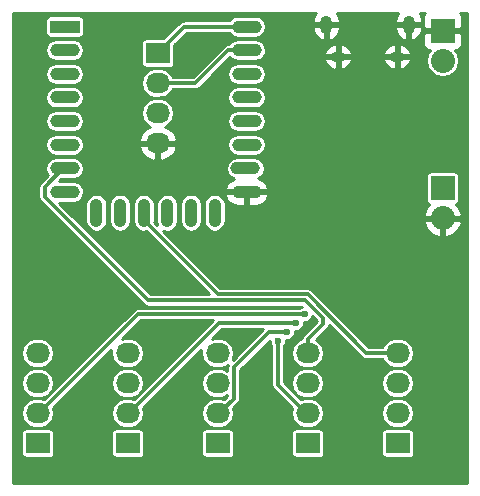
<source format=gbl>
%TF.GenerationSoftware,KiCad,Pcbnew,4.0.2+dfsg1-stable*%
%TF.CreationDate,2016-09-21T10:45:18+02:00*%
%TF.ProjectId,esp8266-io-board,657370383236362D696F2D626F617264,rev?*%
%TF.FileFunction,Copper,L2,Bot,Signal*%
%FSLAX46Y46*%
G04 Gerber Fmt 4.6, Leading zero omitted, Abs format (unit mm)*
G04 Created by KiCad (PCBNEW 4.0.2+dfsg1-stable) date Wed Sep 21 10:45:18 2016*
%MOMM*%
G01*
G04 APERTURE LIST*
%ADD10C,0.350000*%
%ADD11C,0.600000*%
%ADD12O,1.250000X0.950000*%
%ADD13O,1.000000X1.550000*%
%ADD14R,2.032000X1.727200*%
%ADD15O,2.032000X1.727200*%
%ADD16R,2.032000X2.032000*%
%ADD17O,2.032000X2.032000*%
%ADD18R,2.500000X1.100000*%
%ADD19O,2.500000X1.100000*%
%ADD20O,1.100000X2.400000*%
%ADD21C,0.304800*%
%ADD22C,0.254000*%
%ADD23C,0.350000*%
%ADD24C,0.300000*%
%ADD25O,0.850000X0.550000*%
%ADD26O,0.500000X1.150000*%
G04 APERTURE END LIST*
D10*
D11*
X145796000Y-103886000D03*
D12*
X159979900Y-80302540D03*
X154979900Y-80302540D03*
D13*
X160979900Y-77602540D03*
X153979900Y-77602540D03*
D14*
X144780000Y-113030000D03*
D15*
X144780000Y-110490000D03*
X144780000Y-107950000D03*
X144780000Y-105410000D03*
D14*
X137160000Y-113030000D03*
D15*
X137160000Y-110490000D03*
X137160000Y-107950000D03*
X137160000Y-105410000D03*
D14*
X129540000Y-113030000D03*
D15*
X129540000Y-110490000D03*
X129540000Y-107950000D03*
X129540000Y-105410000D03*
D14*
X152400000Y-113030000D03*
D15*
X152400000Y-110490000D03*
X152400000Y-107950000D03*
X152400000Y-105410000D03*
D14*
X160020000Y-113030000D03*
D15*
X160020000Y-110490000D03*
X160020000Y-107950000D03*
X160020000Y-105410000D03*
D16*
X163830000Y-78105000D03*
D17*
X163830000Y-80645000D03*
D18*
X131837000Y-77766300D03*
D19*
X131837000Y-79766300D03*
X131837000Y-81766300D03*
X131837000Y-83766300D03*
X131837000Y-85766300D03*
X131837000Y-87766300D03*
X131837000Y-89766300D03*
X131837000Y-91766300D03*
D20*
X134527000Y-93516300D03*
X136527000Y-93516300D03*
X138527000Y-93516300D03*
X140527000Y-93516300D03*
X142527000Y-93516300D03*
X144527000Y-93516300D03*
D19*
X147237000Y-91766300D03*
X147137000Y-89766300D03*
X147237000Y-87766300D03*
X147237000Y-85766300D03*
X147237000Y-83766300D03*
X147237000Y-81766300D03*
X147237000Y-79766300D03*
X147237000Y-77766300D03*
D16*
X163830000Y-91440000D03*
D17*
X163830000Y-93980000D03*
D14*
X139700000Y-80010000D03*
D15*
X139700000Y-82550000D03*
X139700000Y-85090000D03*
X139700000Y-87630000D03*
D11*
X160528000Y-101600000D03*
X153416000Y-100329994D03*
X146303994Y-99568000D03*
X156248000Y-93980000D03*
X154616000Y-90866700D03*
X152146000Y-102108000D03*
X151384000Y-102870000D03*
X150622000Y-103632000D03*
X149860000Y-104394000D03*
D21*
X142898000Y-82550000D02*
X139700000Y-82550000D01*
X145682000Y-79766300D02*
X142898000Y-82550000D01*
X146537000Y-79766300D02*
X145682000Y-79766300D01*
X141944000Y-77766300D02*
X139700000Y-80010000D01*
X146537000Y-77766300D02*
X141944000Y-77766300D01*
X129692400Y-110490000D02*
X138074400Y-102108000D01*
X129540000Y-110490000D02*
X129692400Y-110490000D01*
X138074400Y-102108000D02*
X152146000Y-102108000D01*
X137160000Y-110490000D02*
X137312400Y-110490000D01*
X144932400Y-102870000D02*
X151384000Y-102870000D01*
X137312400Y-110490000D02*
X144932400Y-102870000D01*
X150197736Y-103632000D02*
X150622000Y-103632000D01*
X146151610Y-109270790D02*
X146151610Y-106624100D01*
X144780000Y-110490000D02*
X144932400Y-110490000D01*
X144932400Y-110490000D02*
X146151610Y-109270790D01*
X146151610Y-106624100D02*
X149143710Y-103632000D01*
X149143710Y-103632000D02*
X150197736Y-103632000D01*
X152247600Y-110490000D02*
X149860000Y-108102400D01*
X152400000Y-110490000D02*
X152247600Y-110490000D01*
X149860000Y-104818264D02*
X149860000Y-104394000D01*
X149860000Y-108102400D02*
X149860000Y-104818264D01*
X153720800Y-102920800D02*
X152400000Y-104241600D01*
X131712590Y-89766300D02*
X130129790Y-91349100D01*
X152400000Y-104241600D02*
X152400000Y-105410000D01*
X153720800Y-102458508D02*
X153720800Y-102920800D01*
X152206680Y-100944388D02*
X153720800Y-102458508D01*
X130129790Y-91349100D02*
X130129790Y-92183500D01*
X130129790Y-92183500D02*
X138890678Y-100944388D01*
X138890678Y-100944388D02*
X152206680Y-100944388D01*
X132537000Y-89766300D02*
X131712590Y-89766300D01*
X152417105Y-100436377D02*
X157390728Y-105410000D01*
X158699200Y-105410000D02*
X160020000Y-105410000D01*
X144797077Y-100436377D02*
X152417105Y-100436377D01*
X157390728Y-105410000D02*
X158699200Y-105410000D01*
X138527000Y-94166300D02*
X144797077Y-100436377D01*
X138527000Y-93516300D02*
X138527000Y-94166300D01*
X129540000Y-107950000D02*
X129692400Y-107950000D01*
X137160000Y-107950000D02*
X137312400Y-107950000D01*
D22*
G36*
X152979898Y-76775862D02*
X152844900Y-77200540D01*
X152844900Y-77475540D01*
X153852900Y-77475540D01*
X153852900Y-77455540D01*
X154106900Y-77455540D01*
X154106900Y-77475540D01*
X155114900Y-77475540D01*
X155114900Y-77200540D01*
X154979902Y-76775862D01*
X154878845Y-76656000D01*
X160080955Y-76656000D01*
X159979898Y-76775862D01*
X159844900Y-77200540D01*
X159844900Y-77475540D01*
X160852900Y-77475540D01*
X160852900Y-77455540D01*
X161106900Y-77455540D01*
X161106900Y-77475540D01*
X162114900Y-77475540D01*
X162114900Y-77200540D01*
X161979902Y-76775862D01*
X161878845Y-76656000D01*
X162348974Y-76656000D01*
X162275673Y-76729301D01*
X162179000Y-76962690D01*
X162179000Y-77819250D01*
X162337750Y-77978000D01*
X163703000Y-77978000D01*
X163703000Y-77958000D01*
X163957000Y-77958000D01*
X163957000Y-77978000D01*
X165322250Y-77978000D01*
X165481000Y-77819250D01*
X165481000Y-76962690D01*
X165384327Y-76729301D01*
X165311026Y-76656000D01*
X165914000Y-76656000D01*
X165914000Y-116384000D01*
X127456000Y-116384000D01*
X127456000Y-112166400D01*
X128135536Y-112166400D01*
X128135536Y-113893600D01*
X128162103Y-114034790D01*
X128245546Y-114164465D01*
X128372866Y-114251459D01*
X128524000Y-114282064D01*
X130556000Y-114282064D01*
X130697190Y-114255497D01*
X130826865Y-114172054D01*
X130913859Y-114044734D01*
X130944464Y-113893600D01*
X130944464Y-112166400D01*
X135755536Y-112166400D01*
X135755536Y-113893600D01*
X135782103Y-114034790D01*
X135865546Y-114164465D01*
X135992866Y-114251459D01*
X136144000Y-114282064D01*
X138176000Y-114282064D01*
X138317190Y-114255497D01*
X138446865Y-114172054D01*
X138533859Y-114044734D01*
X138564464Y-113893600D01*
X138564464Y-112166400D01*
X143375536Y-112166400D01*
X143375536Y-113893600D01*
X143402103Y-114034790D01*
X143485546Y-114164465D01*
X143612866Y-114251459D01*
X143764000Y-114282064D01*
X145796000Y-114282064D01*
X145937190Y-114255497D01*
X146066865Y-114172054D01*
X146153859Y-114044734D01*
X146184464Y-113893600D01*
X146184464Y-112166400D01*
X150995536Y-112166400D01*
X150995536Y-113893600D01*
X151022103Y-114034790D01*
X151105546Y-114164465D01*
X151232866Y-114251459D01*
X151384000Y-114282064D01*
X153416000Y-114282064D01*
X153557190Y-114255497D01*
X153686865Y-114172054D01*
X153773859Y-114044734D01*
X153804464Y-113893600D01*
X153804464Y-112166400D01*
X158615536Y-112166400D01*
X158615536Y-113893600D01*
X158642103Y-114034790D01*
X158725546Y-114164465D01*
X158852866Y-114251459D01*
X159004000Y-114282064D01*
X161036000Y-114282064D01*
X161177190Y-114255497D01*
X161306865Y-114172054D01*
X161393859Y-114044734D01*
X161424464Y-113893600D01*
X161424464Y-112166400D01*
X161397897Y-112025210D01*
X161314454Y-111895535D01*
X161187134Y-111808541D01*
X161036000Y-111777936D01*
X159004000Y-111777936D01*
X158862810Y-111804503D01*
X158733135Y-111887946D01*
X158646141Y-112015266D01*
X158615536Y-112166400D01*
X153804464Y-112166400D01*
X153777897Y-112025210D01*
X153694454Y-111895535D01*
X153567134Y-111808541D01*
X153416000Y-111777936D01*
X151384000Y-111777936D01*
X151242810Y-111804503D01*
X151113135Y-111887946D01*
X151026141Y-112015266D01*
X150995536Y-112166400D01*
X146184464Y-112166400D01*
X146157897Y-112025210D01*
X146074454Y-111895535D01*
X145947134Y-111808541D01*
X145796000Y-111777936D01*
X143764000Y-111777936D01*
X143622810Y-111804503D01*
X143493135Y-111887946D01*
X143406141Y-112015266D01*
X143375536Y-112166400D01*
X138564464Y-112166400D01*
X138537897Y-112025210D01*
X138454454Y-111895535D01*
X138327134Y-111808541D01*
X138176000Y-111777936D01*
X136144000Y-111777936D01*
X136002810Y-111804503D01*
X135873135Y-111887946D01*
X135786141Y-112015266D01*
X135755536Y-112166400D01*
X130944464Y-112166400D01*
X130917897Y-112025210D01*
X130834454Y-111895535D01*
X130707134Y-111808541D01*
X130556000Y-111777936D01*
X128524000Y-111777936D01*
X128382810Y-111804503D01*
X128253135Y-111887946D01*
X128166141Y-112015266D01*
X128135536Y-112166400D01*
X127456000Y-112166400D01*
X127456000Y-107950000D01*
X128115631Y-107950000D01*
X128210371Y-108426288D01*
X128480166Y-108830065D01*
X128883943Y-109099860D01*
X129360231Y-109194600D01*
X129719769Y-109194600D01*
X130196057Y-109099860D01*
X130594286Y-108833772D01*
X130105859Y-109322199D01*
X129719769Y-109245400D01*
X129360231Y-109245400D01*
X128883943Y-109340140D01*
X128480166Y-109609935D01*
X128210371Y-110013712D01*
X128115631Y-110490000D01*
X128210371Y-110966288D01*
X128480166Y-111370065D01*
X128883943Y-111639860D01*
X129360231Y-111734600D01*
X129719769Y-111734600D01*
X130196057Y-111639860D01*
X130599834Y-111370065D01*
X130869629Y-110966288D01*
X130964369Y-110490000D01*
X130878489Y-110058253D01*
X135787499Y-105149243D01*
X135735631Y-105410000D01*
X135830371Y-105886288D01*
X136100166Y-106290065D01*
X136503943Y-106559860D01*
X136980231Y-106654600D01*
X137339769Y-106654600D01*
X137816057Y-106559860D01*
X138219834Y-106290065D01*
X138489629Y-105886288D01*
X138584369Y-105410000D01*
X138489629Y-104933712D01*
X138219834Y-104529935D01*
X137816057Y-104260140D01*
X137339769Y-104165400D01*
X136980231Y-104165400D01*
X136719474Y-104217268D01*
X138295342Y-102641400D01*
X144406658Y-102641400D01*
X138223541Y-108824517D01*
X138489629Y-108426288D01*
X138584369Y-107950000D01*
X138489629Y-107473712D01*
X138219834Y-107069935D01*
X137816057Y-106800140D01*
X137339769Y-106705400D01*
X136980231Y-106705400D01*
X136503943Y-106800140D01*
X136100166Y-107069935D01*
X135830371Y-107473712D01*
X135735631Y-107950000D01*
X135830371Y-108426288D01*
X136100166Y-108830065D01*
X136503943Y-109099860D01*
X136980231Y-109194600D01*
X137339769Y-109194600D01*
X137816057Y-109099860D01*
X138214286Y-108833772D01*
X137725859Y-109322199D01*
X137339769Y-109245400D01*
X136980231Y-109245400D01*
X136503943Y-109340140D01*
X136100166Y-109609935D01*
X135830371Y-110013712D01*
X135735631Y-110490000D01*
X135830371Y-110966288D01*
X136100166Y-111370065D01*
X136503943Y-111639860D01*
X136980231Y-111734600D01*
X137339769Y-111734600D01*
X137816057Y-111639860D01*
X138219834Y-111370065D01*
X138489629Y-110966288D01*
X138584369Y-110490000D01*
X138498489Y-110058253D01*
X143407499Y-105149243D01*
X143355631Y-105410000D01*
X143450371Y-105886288D01*
X143720166Y-106290065D01*
X144123943Y-106559860D01*
X144600231Y-106654600D01*
X144959769Y-106654600D01*
X145436057Y-106559860D01*
X145669626Y-106403794D01*
X145658813Y-106419977D01*
X145618210Y-106624100D01*
X145618210Y-106921851D01*
X145436057Y-106800140D01*
X144959769Y-106705400D01*
X144600231Y-106705400D01*
X144123943Y-106800140D01*
X143720166Y-107069935D01*
X143450371Y-107473712D01*
X143355631Y-107950000D01*
X143450371Y-108426288D01*
X143720166Y-108830065D01*
X144123943Y-109099860D01*
X144600231Y-109194600D01*
X144959769Y-109194600D01*
X145436057Y-109099860D01*
X145618210Y-108978149D01*
X145618210Y-109049848D01*
X145345859Y-109322199D01*
X144959769Y-109245400D01*
X144600231Y-109245400D01*
X144123943Y-109340140D01*
X143720166Y-109609935D01*
X143450371Y-110013712D01*
X143355631Y-110490000D01*
X143450371Y-110966288D01*
X143720166Y-111370065D01*
X144123943Y-111639860D01*
X144600231Y-111734600D01*
X144959769Y-111734600D01*
X145436057Y-111639860D01*
X145839834Y-111370065D01*
X146109629Y-110966288D01*
X146204369Y-110490000D01*
X146118489Y-110058253D01*
X146528781Y-109647961D01*
X146644407Y-109474914D01*
X146685010Y-109270790D01*
X146685010Y-106845042D01*
X149179037Y-104351014D01*
X149178882Y-104528865D01*
X149282339Y-104779252D01*
X149326600Y-104823590D01*
X149326600Y-108102400D01*
X149367203Y-108306523D01*
X149482829Y-108479571D01*
X151061511Y-110058253D01*
X150975631Y-110490000D01*
X151070371Y-110966288D01*
X151340166Y-111370065D01*
X151743943Y-111639860D01*
X152220231Y-111734600D01*
X152579769Y-111734600D01*
X153056057Y-111639860D01*
X153459834Y-111370065D01*
X153729629Y-110966288D01*
X153824369Y-110490000D01*
X158595631Y-110490000D01*
X158690371Y-110966288D01*
X158960166Y-111370065D01*
X159363943Y-111639860D01*
X159840231Y-111734600D01*
X160199769Y-111734600D01*
X160676057Y-111639860D01*
X161079834Y-111370065D01*
X161349629Y-110966288D01*
X161444369Y-110490000D01*
X161349629Y-110013712D01*
X161079834Y-109609935D01*
X160676057Y-109340140D01*
X160199769Y-109245400D01*
X159840231Y-109245400D01*
X159363943Y-109340140D01*
X158960166Y-109609935D01*
X158690371Y-110013712D01*
X158595631Y-110490000D01*
X153824369Y-110490000D01*
X153729629Y-110013712D01*
X153459834Y-109609935D01*
X153056057Y-109340140D01*
X152579769Y-109245400D01*
X152220231Y-109245400D01*
X151834141Y-109322199D01*
X151345714Y-108833772D01*
X151743943Y-109099860D01*
X152220231Y-109194600D01*
X152579769Y-109194600D01*
X153056057Y-109099860D01*
X153459834Y-108830065D01*
X153729629Y-108426288D01*
X153824369Y-107950000D01*
X158595631Y-107950000D01*
X158690371Y-108426288D01*
X158960166Y-108830065D01*
X159363943Y-109099860D01*
X159840231Y-109194600D01*
X160199769Y-109194600D01*
X160676057Y-109099860D01*
X161079834Y-108830065D01*
X161349629Y-108426288D01*
X161444369Y-107950000D01*
X161349629Y-107473712D01*
X161079834Y-107069935D01*
X160676057Y-106800140D01*
X160199769Y-106705400D01*
X159840231Y-106705400D01*
X159363943Y-106800140D01*
X158960166Y-107069935D01*
X158690371Y-107473712D01*
X158595631Y-107950000D01*
X153824369Y-107950000D01*
X153729629Y-107473712D01*
X153459834Y-107069935D01*
X153056057Y-106800140D01*
X152579769Y-106705400D01*
X152220231Y-106705400D01*
X151743943Y-106800140D01*
X151340166Y-107069935D01*
X151070371Y-107473712D01*
X150975631Y-107950000D01*
X151070371Y-108426288D01*
X151336459Y-108824517D01*
X150393400Y-107881458D01*
X150393400Y-104823770D01*
X150436987Y-104780259D01*
X150540882Y-104530054D01*
X150541071Y-104312930D01*
X150756865Y-104313118D01*
X151007252Y-104209661D01*
X151198987Y-104018259D01*
X151302882Y-103768054D01*
X151303071Y-103550930D01*
X151518865Y-103551118D01*
X151769252Y-103447661D01*
X151960987Y-103256259D01*
X152064882Y-103006054D01*
X152065071Y-102788930D01*
X152280865Y-102789118D01*
X152531252Y-102685661D01*
X152722987Y-102494259D01*
X152804912Y-102296962D01*
X153187400Y-102679450D01*
X153187400Y-102699858D01*
X152022829Y-103864429D01*
X151907203Y-104037477D01*
X151867813Y-104235501D01*
X151743943Y-104260140D01*
X151340166Y-104529935D01*
X151070371Y-104933712D01*
X150975631Y-105410000D01*
X151070371Y-105886288D01*
X151340166Y-106290065D01*
X151743943Y-106559860D01*
X152220231Y-106654600D01*
X152579769Y-106654600D01*
X153056057Y-106559860D01*
X153459834Y-106290065D01*
X153729629Y-105886288D01*
X153824369Y-105410000D01*
X153729629Y-104933712D01*
X153459834Y-104529935D01*
X153103861Y-104292081D01*
X154097971Y-103297971D01*
X154213597Y-103124924D01*
X154236445Y-103010059D01*
X157013557Y-105787171D01*
X157186605Y-105902797D01*
X157390728Y-105943400D01*
X158728532Y-105943400D01*
X158960166Y-106290065D01*
X159363943Y-106559860D01*
X159840231Y-106654600D01*
X160199769Y-106654600D01*
X160676057Y-106559860D01*
X161079834Y-106290065D01*
X161349629Y-105886288D01*
X161444369Y-105410000D01*
X161349629Y-104933712D01*
X161079834Y-104529935D01*
X160676057Y-104260140D01*
X160199769Y-104165400D01*
X159840231Y-104165400D01*
X159363943Y-104260140D01*
X158960166Y-104529935D01*
X158728532Y-104876600D01*
X157611670Y-104876600D01*
X152794276Y-100059206D01*
X152621228Y-99943580D01*
X152417105Y-99902977D01*
X145018019Y-99902977D01*
X140172877Y-95057835D01*
X140527000Y-95128274D01*
X140883278Y-95057406D01*
X141185316Y-94855590D01*
X141387132Y-94553552D01*
X141458000Y-94197274D01*
X141458000Y-92835326D01*
X141596000Y-92835326D01*
X141596000Y-94197274D01*
X141666868Y-94553552D01*
X141868684Y-94855590D01*
X142170722Y-95057406D01*
X142527000Y-95128274D01*
X142883278Y-95057406D01*
X143185316Y-94855590D01*
X143387132Y-94553552D01*
X143458000Y-94197274D01*
X143458000Y-92835326D01*
X143596000Y-92835326D01*
X143596000Y-94197274D01*
X143666868Y-94553552D01*
X143868684Y-94855590D01*
X144170722Y-95057406D01*
X144527000Y-95128274D01*
X144883278Y-95057406D01*
X145185316Y-94855590D01*
X145387132Y-94553552D01*
X145425046Y-94362944D01*
X162224025Y-94362944D01*
X162423615Y-94844818D01*
X162861621Y-95317188D01*
X163447054Y-95585983D01*
X163703000Y-95467367D01*
X163703000Y-94107000D01*
X163957000Y-94107000D01*
X163957000Y-95467367D01*
X164212946Y-95585983D01*
X164798379Y-95317188D01*
X165236385Y-94844818D01*
X165435975Y-94362944D01*
X165316836Y-94107000D01*
X163957000Y-94107000D01*
X163703000Y-94107000D01*
X162343164Y-94107000D01*
X162224025Y-94362944D01*
X145425046Y-94362944D01*
X145458000Y-94197274D01*
X145458000Y-93597056D01*
X162224025Y-93597056D01*
X162343164Y-93853000D01*
X163703000Y-93853000D01*
X163703000Y-93833000D01*
X163957000Y-93833000D01*
X163957000Y-93853000D01*
X165316836Y-93853000D01*
X165435975Y-93597056D01*
X165236385Y-93115182D01*
X164964658Y-92822137D01*
X164987190Y-92817897D01*
X165116865Y-92734454D01*
X165203859Y-92607134D01*
X165234464Y-92456000D01*
X165234464Y-90424000D01*
X165207897Y-90282810D01*
X165124454Y-90153135D01*
X164997134Y-90066141D01*
X164846000Y-90035536D01*
X162814000Y-90035536D01*
X162672810Y-90062103D01*
X162543135Y-90145546D01*
X162456141Y-90272866D01*
X162425536Y-90424000D01*
X162425536Y-92456000D01*
X162452103Y-92597190D01*
X162535546Y-92726865D01*
X162662866Y-92813859D01*
X162696670Y-92820704D01*
X162423615Y-93115182D01*
X162224025Y-93597056D01*
X145458000Y-93597056D01*
X145458000Y-92835326D01*
X145387132Y-92479048D01*
X145185316Y-92177010D01*
X145034211Y-92076044D01*
X145393197Y-92076044D01*
X145393602Y-92102446D01*
X145609276Y-92514418D01*
X145966187Y-92812496D01*
X146410000Y-92951300D01*
X147110000Y-92951300D01*
X147110000Y-91893300D01*
X147364000Y-91893300D01*
X147364000Y-92951300D01*
X148064000Y-92951300D01*
X148507813Y-92812496D01*
X148864724Y-92514418D01*
X149080398Y-92102446D01*
X149080803Y-92076044D01*
X148955361Y-91893300D01*
X147364000Y-91893300D01*
X147110000Y-91893300D01*
X145518639Y-91893300D01*
X145393197Y-92076044D01*
X145034211Y-92076044D01*
X144883278Y-91975194D01*
X144527000Y-91904326D01*
X144170722Y-91975194D01*
X143868684Y-92177010D01*
X143666868Y-92479048D01*
X143596000Y-92835326D01*
X143458000Y-92835326D01*
X143387132Y-92479048D01*
X143185316Y-92177010D01*
X142883278Y-91975194D01*
X142527000Y-91904326D01*
X142170722Y-91975194D01*
X141868684Y-92177010D01*
X141666868Y-92479048D01*
X141596000Y-92835326D01*
X141458000Y-92835326D01*
X141387132Y-92479048D01*
X141185316Y-92177010D01*
X140883278Y-91975194D01*
X140527000Y-91904326D01*
X140170722Y-91975194D01*
X139868684Y-92177010D01*
X139666868Y-92479048D01*
X139596000Y-92835326D01*
X139596000Y-94197274D01*
X139666439Y-94551397D01*
X139433829Y-94318787D01*
X139458000Y-94197274D01*
X139458000Y-92835326D01*
X139387132Y-92479048D01*
X139185316Y-92177010D01*
X138883278Y-91975194D01*
X138527000Y-91904326D01*
X138170722Y-91975194D01*
X137868684Y-92177010D01*
X137666868Y-92479048D01*
X137596000Y-92835326D01*
X137596000Y-94197274D01*
X137666868Y-94553552D01*
X137868684Y-94855590D01*
X138170722Y-95057406D01*
X138527000Y-95128274D01*
X138700184Y-95093826D01*
X144017346Y-100410988D01*
X139111619Y-100410988D01*
X131535958Y-92835326D01*
X133596000Y-92835326D01*
X133596000Y-94197274D01*
X133666868Y-94553552D01*
X133868684Y-94855590D01*
X134170722Y-95057406D01*
X134527000Y-95128274D01*
X134883278Y-95057406D01*
X135185316Y-94855590D01*
X135387132Y-94553552D01*
X135458000Y-94197274D01*
X135458000Y-92835326D01*
X135596000Y-92835326D01*
X135596000Y-94197274D01*
X135666868Y-94553552D01*
X135868684Y-94855590D01*
X136170722Y-95057406D01*
X136527000Y-95128274D01*
X136883278Y-95057406D01*
X137185316Y-94855590D01*
X137387132Y-94553552D01*
X137458000Y-94197274D01*
X137458000Y-92835326D01*
X137387132Y-92479048D01*
X137185316Y-92177010D01*
X136883278Y-91975194D01*
X136527000Y-91904326D01*
X136170722Y-91975194D01*
X135868684Y-92177010D01*
X135666868Y-92479048D01*
X135596000Y-92835326D01*
X135458000Y-92835326D01*
X135387132Y-92479048D01*
X135185316Y-92177010D01*
X134883278Y-91975194D01*
X134527000Y-91904326D01*
X134170722Y-91975194D01*
X133868684Y-92177010D01*
X133666868Y-92479048D01*
X133596000Y-92835326D01*
X131535958Y-92835326D01*
X131397932Y-92697300D01*
X132568953Y-92697300D01*
X132925231Y-92626432D01*
X133227269Y-92424616D01*
X133429085Y-92122578D01*
X133499953Y-91766300D01*
X133438342Y-91456556D01*
X145393197Y-91456556D01*
X145518639Y-91639300D01*
X147110000Y-91639300D01*
X147110000Y-91619300D01*
X147364000Y-91619300D01*
X147364000Y-91639300D01*
X148955361Y-91639300D01*
X149080803Y-91456556D01*
X149080398Y-91430154D01*
X148864724Y-91018182D01*
X148507813Y-90720104D01*
X148214885Y-90628490D01*
X148225231Y-90626432D01*
X148527269Y-90424616D01*
X148729085Y-90122578D01*
X148799953Y-89766300D01*
X148729085Y-89410022D01*
X148527269Y-89107984D01*
X148225231Y-88906168D01*
X147868953Y-88835300D01*
X146405047Y-88835300D01*
X146048769Y-88906168D01*
X145746731Y-89107984D01*
X145544915Y-89410022D01*
X145474047Y-89766300D01*
X145544915Y-90122578D01*
X145746731Y-90424616D01*
X146048769Y-90626432D01*
X146181364Y-90652807D01*
X145966187Y-90720104D01*
X145609276Y-91018182D01*
X145393602Y-91430154D01*
X145393197Y-91456556D01*
X133438342Y-91456556D01*
X133429085Y-91410022D01*
X133227269Y-91107984D01*
X132925231Y-90906168D01*
X132568953Y-90835300D01*
X131397932Y-90835300D01*
X131535932Y-90697300D01*
X132568953Y-90697300D01*
X132925231Y-90626432D01*
X133227269Y-90424616D01*
X133429085Y-90122578D01*
X133499953Y-89766300D01*
X133429085Y-89410022D01*
X133227269Y-89107984D01*
X132925231Y-88906168D01*
X132568953Y-88835300D01*
X131105047Y-88835300D01*
X130748769Y-88906168D01*
X130446731Y-89107984D01*
X130244915Y-89410022D01*
X130174047Y-89766300D01*
X130244915Y-90122578D01*
X130387931Y-90336617D01*
X129752619Y-90971929D01*
X129636993Y-91144977D01*
X129596390Y-91349100D01*
X129596390Y-92183500D01*
X129636993Y-92387623D01*
X129752619Y-92560671D01*
X138513505Y-101321556D01*
X138513507Y-101321559D01*
X138671135Y-101426882D01*
X138686555Y-101437185D01*
X138890678Y-101477789D01*
X138890683Y-101477788D01*
X151887932Y-101477788D01*
X151760748Y-101530339D01*
X151716410Y-101574600D01*
X138074400Y-101574600D01*
X137870277Y-101615203D01*
X137697229Y-101730829D01*
X130603541Y-108824517D01*
X130869629Y-108426288D01*
X130964369Y-107950000D01*
X130869629Y-107473712D01*
X130599834Y-107069935D01*
X130196057Y-106800140D01*
X129719769Y-106705400D01*
X129360231Y-106705400D01*
X128883943Y-106800140D01*
X128480166Y-107069935D01*
X128210371Y-107473712D01*
X128115631Y-107950000D01*
X127456000Y-107950000D01*
X127456000Y-105410000D01*
X128115631Y-105410000D01*
X128210371Y-105886288D01*
X128480166Y-106290065D01*
X128883943Y-106559860D01*
X129360231Y-106654600D01*
X129719769Y-106654600D01*
X130196057Y-106559860D01*
X130599834Y-106290065D01*
X130869629Y-105886288D01*
X130964369Y-105410000D01*
X130869629Y-104933712D01*
X130599834Y-104529935D01*
X130196057Y-104260140D01*
X129719769Y-104165400D01*
X129360231Y-104165400D01*
X128883943Y-104260140D01*
X128480166Y-104529935D01*
X128210371Y-104933712D01*
X128115631Y-105410000D01*
X127456000Y-105410000D01*
X127456000Y-87766300D01*
X130174047Y-87766300D01*
X130244915Y-88122578D01*
X130446731Y-88424616D01*
X130748769Y-88626432D01*
X131105047Y-88697300D01*
X132568953Y-88697300D01*
X132925231Y-88626432D01*
X133227269Y-88424616D01*
X133429085Y-88122578D01*
X133455650Y-87989026D01*
X138092642Y-87989026D01*
X138095291Y-88004791D01*
X138349268Y-88532036D01*
X138785680Y-88921954D01*
X139338087Y-89115184D01*
X139573000Y-88970924D01*
X139573000Y-87757000D01*
X139827000Y-87757000D01*
X139827000Y-88970924D01*
X140061913Y-89115184D01*
X140614320Y-88921954D01*
X141050732Y-88532036D01*
X141304709Y-88004791D01*
X141307358Y-87989026D01*
X141191073Y-87766300D01*
X145574047Y-87766300D01*
X145644915Y-88122578D01*
X145846731Y-88424616D01*
X146148769Y-88626432D01*
X146505047Y-88697300D01*
X147968953Y-88697300D01*
X148325231Y-88626432D01*
X148627269Y-88424616D01*
X148829085Y-88122578D01*
X148899953Y-87766300D01*
X148829085Y-87410022D01*
X148627269Y-87107984D01*
X148325231Y-86906168D01*
X147968953Y-86835300D01*
X146505047Y-86835300D01*
X146148769Y-86906168D01*
X145846731Y-87107984D01*
X145644915Y-87410022D01*
X145574047Y-87766300D01*
X141191073Y-87766300D01*
X141186217Y-87757000D01*
X139827000Y-87757000D01*
X139573000Y-87757000D01*
X138213783Y-87757000D01*
X138092642Y-87989026D01*
X133455650Y-87989026D01*
X133499953Y-87766300D01*
X133429085Y-87410022D01*
X133336176Y-87270974D01*
X138092642Y-87270974D01*
X138213783Y-87503000D01*
X139573000Y-87503000D01*
X139573000Y-87483000D01*
X139827000Y-87483000D01*
X139827000Y-87503000D01*
X141186217Y-87503000D01*
X141307358Y-87270974D01*
X141304709Y-87255209D01*
X141050732Y-86727964D01*
X140614320Y-86338046D01*
X140341757Y-86242704D01*
X140356057Y-86239860D01*
X140759834Y-85970065D01*
X140895985Y-85766300D01*
X145574047Y-85766300D01*
X145644915Y-86122578D01*
X145846731Y-86424616D01*
X146148769Y-86626432D01*
X146505047Y-86697300D01*
X147968953Y-86697300D01*
X148325231Y-86626432D01*
X148627269Y-86424616D01*
X148829085Y-86122578D01*
X148899953Y-85766300D01*
X148829085Y-85410022D01*
X148627269Y-85107984D01*
X148325231Y-84906168D01*
X147968953Y-84835300D01*
X146505047Y-84835300D01*
X146148769Y-84906168D01*
X145846731Y-85107984D01*
X145644915Y-85410022D01*
X145574047Y-85766300D01*
X140895985Y-85766300D01*
X141029629Y-85566288D01*
X141124369Y-85090000D01*
X141029629Y-84613712D01*
X140759834Y-84209935D01*
X140356057Y-83940140D01*
X139879769Y-83845400D01*
X139520231Y-83845400D01*
X139043943Y-83940140D01*
X138640166Y-84209935D01*
X138370371Y-84613712D01*
X138275631Y-85090000D01*
X138370371Y-85566288D01*
X138640166Y-85970065D01*
X139043943Y-86239860D01*
X139058243Y-86242704D01*
X138785680Y-86338046D01*
X138349268Y-86727964D01*
X138095291Y-87255209D01*
X138092642Y-87270974D01*
X133336176Y-87270974D01*
X133227269Y-87107984D01*
X132925231Y-86906168D01*
X132568953Y-86835300D01*
X131105047Y-86835300D01*
X130748769Y-86906168D01*
X130446731Y-87107984D01*
X130244915Y-87410022D01*
X130174047Y-87766300D01*
X127456000Y-87766300D01*
X127456000Y-85766300D01*
X130174047Y-85766300D01*
X130244915Y-86122578D01*
X130446731Y-86424616D01*
X130748769Y-86626432D01*
X131105047Y-86697300D01*
X132568953Y-86697300D01*
X132925231Y-86626432D01*
X133227269Y-86424616D01*
X133429085Y-86122578D01*
X133499953Y-85766300D01*
X133429085Y-85410022D01*
X133227269Y-85107984D01*
X132925231Y-84906168D01*
X132568953Y-84835300D01*
X131105047Y-84835300D01*
X130748769Y-84906168D01*
X130446731Y-85107984D01*
X130244915Y-85410022D01*
X130174047Y-85766300D01*
X127456000Y-85766300D01*
X127456000Y-83766300D01*
X130174047Y-83766300D01*
X130244915Y-84122578D01*
X130446731Y-84424616D01*
X130748769Y-84626432D01*
X131105047Y-84697300D01*
X132568953Y-84697300D01*
X132925231Y-84626432D01*
X133227269Y-84424616D01*
X133429085Y-84122578D01*
X133499953Y-83766300D01*
X133429085Y-83410022D01*
X133227269Y-83107984D01*
X132925231Y-82906168D01*
X132568953Y-82835300D01*
X131105047Y-82835300D01*
X130748769Y-82906168D01*
X130446731Y-83107984D01*
X130244915Y-83410022D01*
X130174047Y-83766300D01*
X127456000Y-83766300D01*
X127456000Y-81766300D01*
X130174047Y-81766300D01*
X130244915Y-82122578D01*
X130446731Y-82424616D01*
X130748769Y-82626432D01*
X131105047Y-82697300D01*
X132568953Y-82697300D01*
X132925231Y-82626432D01*
X133039619Y-82550000D01*
X138275631Y-82550000D01*
X138370371Y-83026288D01*
X138640166Y-83430065D01*
X139043943Y-83699860D01*
X139520231Y-83794600D01*
X139879769Y-83794600D01*
X140022042Y-83766300D01*
X145574047Y-83766300D01*
X145644915Y-84122578D01*
X145846731Y-84424616D01*
X146148769Y-84626432D01*
X146505047Y-84697300D01*
X147968953Y-84697300D01*
X148325231Y-84626432D01*
X148627269Y-84424616D01*
X148829085Y-84122578D01*
X148899953Y-83766300D01*
X148829085Y-83410022D01*
X148627269Y-83107984D01*
X148325231Y-82906168D01*
X147968953Y-82835300D01*
X146505047Y-82835300D01*
X146148769Y-82906168D01*
X145846731Y-83107984D01*
X145644915Y-83410022D01*
X145574047Y-83766300D01*
X140022042Y-83766300D01*
X140356057Y-83699860D01*
X140759834Y-83430065D01*
X140991468Y-83083400D01*
X142898000Y-83083400D01*
X142999508Y-83063208D01*
X143102097Y-83042808D01*
X143102109Y-83042800D01*
X143102123Y-83042797D01*
X143191457Y-82983106D01*
X143275150Y-82927191D01*
X143275168Y-82927173D01*
X143275171Y-82927171D01*
X143275173Y-82927168D01*
X144436166Y-81766300D01*
X145574047Y-81766300D01*
X145644915Y-82122578D01*
X145846731Y-82424616D01*
X146148769Y-82626432D01*
X146505047Y-82697300D01*
X147968953Y-82697300D01*
X148325231Y-82626432D01*
X148627269Y-82424616D01*
X148829085Y-82122578D01*
X148899953Y-81766300D01*
X148829085Y-81410022D01*
X148627269Y-81107984D01*
X148325231Y-80906168D01*
X147968953Y-80835300D01*
X146505047Y-80835300D01*
X146148769Y-80906168D01*
X145846731Y-81107984D01*
X145644915Y-81410022D01*
X145574047Y-81766300D01*
X144436166Y-81766300D01*
X145819201Y-80383414D01*
X145846731Y-80424616D01*
X146148769Y-80626432D01*
X146505047Y-80697300D01*
X147968953Y-80697300D01*
X148325231Y-80626432D01*
X148364073Y-80600478D01*
X153760632Y-80600478D01*
X153944348Y-80974361D01*
X154268851Y-81262108D01*
X154678769Y-81403769D01*
X154852900Y-81255103D01*
X154852900Y-80429540D01*
X155106900Y-80429540D01*
X155106900Y-81255103D01*
X155281031Y-81403769D01*
X155690949Y-81262108D01*
X156015452Y-80974361D01*
X156199168Y-80600478D01*
X158760632Y-80600478D01*
X158944348Y-80974361D01*
X159268851Y-81262108D01*
X159678769Y-81403769D01*
X159852900Y-81255103D01*
X159852900Y-80429540D01*
X160106900Y-80429540D01*
X160106900Y-81255103D01*
X160281031Y-81403769D01*
X160690949Y-81262108D01*
X161015452Y-80974361D01*
X161199168Y-80600478D01*
X161072634Y-80429540D01*
X160106900Y-80429540D01*
X159852900Y-80429540D01*
X158887166Y-80429540D01*
X158760632Y-80600478D01*
X156199168Y-80600478D01*
X156072634Y-80429540D01*
X155106900Y-80429540D01*
X154852900Y-80429540D01*
X153887166Y-80429540D01*
X153760632Y-80600478D01*
X148364073Y-80600478D01*
X148627269Y-80424616D01*
X148829085Y-80122578D01*
X148852551Y-80004602D01*
X153760632Y-80004602D01*
X153887166Y-80175540D01*
X154852900Y-80175540D01*
X154852900Y-79349977D01*
X155106900Y-79349977D01*
X155106900Y-80175540D01*
X156072634Y-80175540D01*
X156199168Y-80004602D01*
X158760632Y-80004602D01*
X158887166Y-80175540D01*
X159852900Y-80175540D01*
X159852900Y-79349977D01*
X160106900Y-79349977D01*
X160106900Y-80175540D01*
X161072634Y-80175540D01*
X161199168Y-80004602D01*
X161015452Y-79630719D01*
X160690949Y-79342972D01*
X160281031Y-79201311D01*
X160106900Y-79349977D01*
X159852900Y-79349977D01*
X159678769Y-79201311D01*
X159268851Y-79342972D01*
X158944348Y-79630719D01*
X158760632Y-80004602D01*
X156199168Y-80004602D01*
X156015452Y-79630719D01*
X155690949Y-79342972D01*
X155281031Y-79201311D01*
X155106900Y-79349977D01*
X154852900Y-79349977D01*
X154678769Y-79201311D01*
X154268851Y-79342972D01*
X153944348Y-79630719D01*
X153760632Y-80004602D01*
X148852551Y-80004602D01*
X148899953Y-79766300D01*
X148829085Y-79410022D01*
X148627269Y-79107984D01*
X148325231Y-78906168D01*
X147968953Y-78835300D01*
X146505047Y-78835300D01*
X146148769Y-78906168D01*
X145846731Y-79107984D01*
X145763265Y-79232900D01*
X145682000Y-79232900D01*
X145582281Y-79252735D01*
X145477903Y-79273492D01*
X145477891Y-79273500D01*
X145477877Y-79273503D01*
X145393132Y-79330127D01*
X145304849Y-79389109D01*
X142677076Y-82016600D01*
X140991468Y-82016600D01*
X140759834Y-81669935D01*
X140356057Y-81400140D01*
X139879769Y-81305400D01*
X139520231Y-81305400D01*
X139043943Y-81400140D01*
X138640166Y-81669935D01*
X138370371Y-82073712D01*
X138275631Y-82550000D01*
X133039619Y-82550000D01*
X133227269Y-82424616D01*
X133429085Y-82122578D01*
X133499953Y-81766300D01*
X133429085Y-81410022D01*
X133227269Y-81107984D01*
X132925231Y-80906168D01*
X132568953Y-80835300D01*
X131105047Y-80835300D01*
X130748769Y-80906168D01*
X130446731Y-81107984D01*
X130244915Y-81410022D01*
X130174047Y-81766300D01*
X127456000Y-81766300D01*
X127456000Y-79766300D01*
X130174047Y-79766300D01*
X130244915Y-80122578D01*
X130446731Y-80424616D01*
X130748769Y-80626432D01*
X131105047Y-80697300D01*
X132568953Y-80697300D01*
X132925231Y-80626432D01*
X133227269Y-80424616D01*
X133429085Y-80122578D01*
X133499953Y-79766300D01*
X133429085Y-79410022D01*
X133252938Y-79146400D01*
X138295536Y-79146400D01*
X138295536Y-80873600D01*
X138322103Y-81014790D01*
X138405546Y-81144465D01*
X138532866Y-81231459D01*
X138684000Y-81262064D01*
X140716000Y-81262064D01*
X140857190Y-81235497D01*
X140986865Y-81152054D01*
X141073859Y-81024734D01*
X141104464Y-80873600D01*
X141104464Y-79360015D01*
X142164920Y-78299700D01*
X145763265Y-78299700D01*
X145846731Y-78424616D01*
X146148769Y-78626432D01*
X146505047Y-78697300D01*
X147968953Y-78697300D01*
X148325231Y-78626432D01*
X148627269Y-78424616D01*
X148829085Y-78122578D01*
X148899953Y-77766300D01*
X148892641Y-77729540D01*
X152844900Y-77729540D01*
X152844900Y-78004540D01*
X152979898Y-78429218D01*
X153267137Y-78769908D01*
X153678026Y-78971659D01*
X153852900Y-78845494D01*
X153852900Y-77729540D01*
X154106900Y-77729540D01*
X154106900Y-78845494D01*
X154281774Y-78971659D01*
X154692663Y-78769908D01*
X154979902Y-78429218D01*
X155114900Y-78004540D01*
X155114900Y-77729540D01*
X159844900Y-77729540D01*
X159844900Y-78004540D01*
X159979898Y-78429218D01*
X160267137Y-78769908D01*
X160678026Y-78971659D01*
X160852900Y-78845494D01*
X160852900Y-77729540D01*
X161106900Y-77729540D01*
X161106900Y-78845494D01*
X161281774Y-78971659D01*
X161692663Y-78769908D01*
X161979902Y-78429218D01*
X161992130Y-78390750D01*
X162179000Y-78390750D01*
X162179000Y-79247310D01*
X162275673Y-79480699D01*
X162454302Y-79659327D01*
X162687691Y-79756000D01*
X162748768Y-79756000D01*
X162511971Y-80110391D01*
X162405631Y-80645000D01*
X162511971Y-81179609D01*
X162814803Y-81632828D01*
X163268022Y-81935660D01*
X163802631Y-82042000D01*
X163857369Y-82042000D01*
X164391978Y-81935660D01*
X164845197Y-81632828D01*
X165148029Y-81179609D01*
X165254369Y-80645000D01*
X165148029Y-80110391D01*
X164911232Y-79756000D01*
X164972309Y-79756000D01*
X165205698Y-79659327D01*
X165384327Y-79480699D01*
X165481000Y-79247310D01*
X165481000Y-78390750D01*
X165322250Y-78232000D01*
X163957000Y-78232000D01*
X163957000Y-78252000D01*
X163703000Y-78252000D01*
X163703000Y-78232000D01*
X162337750Y-78232000D01*
X162179000Y-78390750D01*
X161992130Y-78390750D01*
X162114900Y-78004540D01*
X162114900Y-77729540D01*
X161106900Y-77729540D01*
X160852900Y-77729540D01*
X159844900Y-77729540D01*
X155114900Y-77729540D01*
X154106900Y-77729540D01*
X153852900Y-77729540D01*
X152844900Y-77729540D01*
X148892641Y-77729540D01*
X148829085Y-77410022D01*
X148627269Y-77107984D01*
X148325231Y-76906168D01*
X147968953Y-76835300D01*
X146505047Y-76835300D01*
X146148769Y-76906168D01*
X145846731Y-77107984D01*
X145763265Y-77232900D01*
X141944000Y-77232900D01*
X141836530Y-77254277D01*
X141739910Y-77273490D01*
X141739896Y-77273499D01*
X141739877Y-77273503D01*
X141649620Y-77333810D01*
X141566854Y-77389104D01*
X140197839Y-78757936D01*
X138684000Y-78757936D01*
X138542810Y-78784503D01*
X138413135Y-78867946D01*
X138326141Y-78995266D01*
X138295536Y-79146400D01*
X133252938Y-79146400D01*
X133227269Y-79107984D01*
X132925231Y-78906168D01*
X132568953Y-78835300D01*
X131105047Y-78835300D01*
X130748769Y-78906168D01*
X130446731Y-79107984D01*
X130244915Y-79410022D01*
X130174047Y-79766300D01*
X127456000Y-79766300D01*
X127456000Y-77216300D01*
X130198536Y-77216300D01*
X130198536Y-78316300D01*
X130225103Y-78457490D01*
X130308546Y-78587165D01*
X130435866Y-78674159D01*
X130587000Y-78704764D01*
X133087000Y-78704764D01*
X133228190Y-78678197D01*
X133357865Y-78594754D01*
X133444859Y-78467434D01*
X133475464Y-78316300D01*
X133475464Y-77216300D01*
X133448897Y-77075110D01*
X133365454Y-76945435D01*
X133238134Y-76858441D01*
X133087000Y-76827836D01*
X130587000Y-76827836D01*
X130445810Y-76854403D01*
X130316135Y-76937846D01*
X130229141Y-77065166D01*
X130198536Y-77216300D01*
X127456000Y-77216300D01*
X127456000Y-76656000D01*
X153080955Y-76656000D01*
X152979898Y-76775862D01*
X152979898Y-76775862D01*
G37*
X152979898Y-76775862D02*
X152844900Y-77200540D01*
X152844900Y-77475540D01*
X153852900Y-77475540D01*
X153852900Y-77455540D01*
X154106900Y-77455540D01*
X154106900Y-77475540D01*
X155114900Y-77475540D01*
X155114900Y-77200540D01*
X154979902Y-76775862D01*
X154878845Y-76656000D01*
X160080955Y-76656000D01*
X159979898Y-76775862D01*
X159844900Y-77200540D01*
X159844900Y-77475540D01*
X160852900Y-77475540D01*
X160852900Y-77455540D01*
X161106900Y-77455540D01*
X161106900Y-77475540D01*
X162114900Y-77475540D01*
X162114900Y-77200540D01*
X161979902Y-76775862D01*
X161878845Y-76656000D01*
X162348974Y-76656000D01*
X162275673Y-76729301D01*
X162179000Y-76962690D01*
X162179000Y-77819250D01*
X162337750Y-77978000D01*
X163703000Y-77978000D01*
X163703000Y-77958000D01*
X163957000Y-77958000D01*
X163957000Y-77978000D01*
X165322250Y-77978000D01*
X165481000Y-77819250D01*
X165481000Y-76962690D01*
X165384327Y-76729301D01*
X165311026Y-76656000D01*
X165914000Y-76656000D01*
X165914000Y-116384000D01*
X127456000Y-116384000D01*
X127456000Y-112166400D01*
X128135536Y-112166400D01*
X128135536Y-113893600D01*
X128162103Y-114034790D01*
X128245546Y-114164465D01*
X128372866Y-114251459D01*
X128524000Y-114282064D01*
X130556000Y-114282064D01*
X130697190Y-114255497D01*
X130826865Y-114172054D01*
X130913859Y-114044734D01*
X130944464Y-113893600D01*
X130944464Y-112166400D01*
X135755536Y-112166400D01*
X135755536Y-113893600D01*
X135782103Y-114034790D01*
X135865546Y-114164465D01*
X135992866Y-114251459D01*
X136144000Y-114282064D01*
X138176000Y-114282064D01*
X138317190Y-114255497D01*
X138446865Y-114172054D01*
X138533859Y-114044734D01*
X138564464Y-113893600D01*
X138564464Y-112166400D01*
X143375536Y-112166400D01*
X143375536Y-113893600D01*
X143402103Y-114034790D01*
X143485546Y-114164465D01*
X143612866Y-114251459D01*
X143764000Y-114282064D01*
X145796000Y-114282064D01*
X145937190Y-114255497D01*
X146066865Y-114172054D01*
X146153859Y-114044734D01*
X146184464Y-113893600D01*
X146184464Y-112166400D01*
X150995536Y-112166400D01*
X150995536Y-113893600D01*
X151022103Y-114034790D01*
X151105546Y-114164465D01*
X151232866Y-114251459D01*
X151384000Y-114282064D01*
X153416000Y-114282064D01*
X153557190Y-114255497D01*
X153686865Y-114172054D01*
X153773859Y-114044734D01*
X153804464Y-113893600D01*
X153804464Y-112166400D01*
X158615536Y-112166400D01*
X158615536Y-113893600D01*
X158642103Y-114034790D01*
X158725546Y-114164465D01*
X158852866Y-114251459D01*
X159004000Y-114282064D01*
X161036000Y-114282064D01*
X161177190Y-114255497D01*
X161306865Y-114172054D01*
X161393859Y-114044734D01*
X161424464Y-113893600D01*
X161424464Y-112166400D01*
X161397897Y-112025210D01*
X161314454Y-111895535D01*
X161187134Y-111808541D01*
X161036000Y-111777936D01*
X159004000Y-111777936D01*
X158862810Y-111804503D01*
X158733135Y-111887946D01*
X158646141Y-112015266D01*
X158615536Y-112166400D01*
X153804464Y-112166400D01*
X153777897Y-112025210D01*
X153694454Y-111895535D01*
X153567134Y-111808541D01*
X153416000Y-111777936D01*
X151384000Y-111777936D01*
X151242810Y-111804503D01*
X151113135Y-111887946D01*
X151026141Y-112015266D01*
X150995536Y-112166400D01*
X146184464Y-112166400D01*
X146157897Y-112025210D01*
X146074454Y-111895535D01*
X145947134Y-111808541D01*
X145796000Y-111777936D01*
X143764000Y-111777936D01*
X143622810Y-111804503D01*
X143493135Y-111887946D01*
X143406141Y-112015266D01*
X143375536Y-112166400D01*
X138564464Y-112166400D01*
X138537897Y-112025210D01*
X138454454Y-111895535D01*
X138327134Y-111808541D01*
X138176000Y-111777936D01*
X136144000Y-111777936D01*
X136002810Y-111804503D01*
X135873135Y-111887946D01*
X135786141Y-112015266D01*
X135755536Y-112166400D01*
X130944464Y-112166400D01*
X130917897Y-112025210D01*
X130834454Y-111895535D01*
X130707134Y-111808541D01*
X130556000Y-111777936D01*
X128524000Y-111777936D01*
X128382810Y-111804503D01*
X128253135Y-111887946D01*
X128166141Y-112015266D01*
X128135536Y-112166400D01*
X127456000Y-112166400D01*
X127456000Y-107950000D01*
X128115631Y-107950000D01*
X128210371Y-108426288D01*
X128480166Y-108830065D01*
X128883943Y-109099860D01*
X129360231Y-109194600D01*
X129719769Y-109194600D01*
X130196057Y-109099860D01*
X130594286Y-108833772D01*
X130105859Y-109322199D01*
X129719769Y-109245400D01*
X129360231Y-109245400D01*
X128883943Y-109340140D01*
X128480166Y-109609935D01*
X128210371Y-110013712D01*
X128115631Y-110490000D01*
X128210371Y-110966288D01*
X128480166Y-111370065D01*
X128883943Y-111639860D01*
X129360231Y-111734600D01*
X129719769Y-111734600D01*
X130196057Y-111639860D01*
X130599834Y-111370065D01*
X130869629Y-110966288D01*
X130964369Y-110490000D01*
X130878489Y-110058253D01*
X135787499Y-105149243D01*
X135735631Y-105410000D01*
X135830371Y-105886288D01*
X136100166Y-106290065D01*
X136503943Y-106559860D01*
X136980231Y-106654600D01*
X137339769Y-106654600D01*
X137816057Y-106559860D01*
X138219834Y-106290065D01*
X138489629Y-105886288D01*
X138584369Y-105410000D01*
X138489629Y-104933712D01*
X138219834Y-104529935D01*
X137816057Y-104260140D01*
X137339769Y-104165400D01*
X136980231Y-104165400D01*
X136719474Y-104217268D01*
X138295342Y-102641400D01*
X144406658Y-102641400D01*
X138223541Y-108824517D01*
X138489629Y-108426288D01*
X138584369Y-107950000D01*
X138489629Y-107473712D01*
X138219834Y-107069935D01*
X137816057Y-106800140D01*
X137339769Y-106705400D01*
X136980231Y-106705400D01*
X136503943Y-106800140D01*
X136100166Y-107069935D01*
X135830371Y-107473712D01*
X135735631Y-107950000D01*
X135830371Y-108426288D01*
X136100166Y-108830065D01*
X136503943Y-109099860D01*
X136980231Y-109194600D01*
X137339769Y-109194600D01*
X137816057Y-109099860D01*
X138214286Y-108833772D01*
X137725859Y-109322199D01*
X137339769Y-109245400D01*
X136980231Y-109245400D01*
X136503943Y-109340140D01*
X136100166Y-109609935D01*
X135830371Y-110013712D01*
X135735631Y-110490000D01*
X135830371Y-110966288D01*
X136100166Y-111370065D01*
X136503943Y-111639860D01*
X136980231Y-111734600D01*
X137339769Y-111734600D01*
X137816057Y-111639860D01*
X138219834Y-111370065D01*
X138489629Y-110966288D01*
X138584369Y-110490000D01*
X138498489Y-110058253D01*
X143407499Y-105149243D01*
X143355631Y-105410000D01*
X143450371Y-105886288D01*
X143720166Y-106290065D01*
X144123943Y-106559860D01*
X144600231Y-106654600D01*
X144959769Y-106654600D01*
X145436057Y-106559860D01*
X145669626Y-106403794D01*
X145658813Y-106419977D01*
X145618210Y-106624100D01*
X145618210Y-106921851D01*
X145436057Y-106800140D01*
X144959769Y-106705400D01*
X144600231Y-106705400D01*
X144123943Y-106800140D01*
X143720166Y-107069935D01*
X143450371Y-107473712D01*
X143355631Y-107950000D01*
X143450371Y-108426288D01*
X143720166Y-108830065D01*
X144123943Y-109099860D01*
X144600231Y-109194600D01*
X144959769Y-109194600D01*
X145436057Y-109099860D01*
X145618210Y-108978149D01*
X145618210Y-109049848D01*
X145345859Y-109322199D01*
X144959769Y-109245400D01*
X144600231Y-109245400D01*
X144123943Y-109340140D01*
X143720166Y-109609935D01*
X143450371Y-110013712D01*
X143355631Y-110490000D01*
X143450371Y-110966288D01*
X143720166Y-111370065D01*
X144123943Y-111639860D01*
X144600231Y-111734600D01*
X144959769Y-111734600D01*
X145436057Y-111639860D01*
X145839834Y-111370065D01*
X146109629Y-110966288D01*
X146204369Y-110490000D01*
X146118489Y-110058253D01*
X146528781Y-109647961D01*
X146644407Y-109474914D01*
X146685010Y-109270790D01*
X146685010Y-106845042D01*
X149179037Y-104351014D01*
X149178882Y-104528865D01*
X149282339Y-104779252D01*
X149326600Y-104823590D01*
X149326600Y-108102400D01*
X149367203Y-108306523D01*
X149482829Y-108479571D01*
X151061511Y-110058253D01*
X150975631Y-110490000D01*
X151070371Y-110966288D01*
X151340166Y-111370065D01*
X151743943Y-111639860D01*
X152220231Y-111734600D01*
X152579769Y-111734600D01*
X153056057Y-111639860D01*
X153459834Y-111370065D01*
X153729629Y-110966288D01*
X153824369Y-110490000D01*
X158595631Y-110490000D01*
X158690371Y-110966288D01*
X158960166Y-111370065D01*
X159363943Y-111639860D01*
X159840231Y-111734600D01*
X160199769Y-111734600D01*
X160676057Y-111639860D01*
X161079834Y-111370065D01*
X161349629Y-110966288D01*
X161444369Y-110490000D01*
X161349629Y-110013712D01*
X161079834Y-109609935D01*
X160676057Y-109340140D01*
X160199769Y-109245400D01*
X159840231Y-109245400D01*
X159363943Y-109340140D01*
X158960166Y-109609935D01*
X158690371Y-110013712D01*
X158595631Y-110490000D01*
X153824369Y-110490000D01*
X153729629Y-110013712D01*
X153459834Y-109609935D01*
X153056057Y-109340140D01*
X152579769Y-109245400D01*
X152220231Y-109245400D01*
X151834141Y-109322199D01*
X151345714Y-108833772D01*
X151743943Y-109099860D01*
X152220231Y-109194600D01*
X152579769Y-109194600D01*
X153056057Y-109099860D01*
X153459834Y-108830065D01*
X153729629Y-108426288D01*
X153824369Y-107950000D01*
X158595631Y-107950000D01*
X158690371Y-108426288D01*
X158960166Y-108830065D01*
X159363943Y-109099860D01*
X159840231Y-109194600D01*
X160199769Y-109194600D01*
X160676057Y-109099860D01*
X161079834Y-108830065D01*
X161349629Y-108426288D01*
X161444369Y-107950000D01*
X161349629Y-107473712D01*
X161079834Y-107069935D01*
X160676057Y-106800140D01*
X160199769Y-106705400D01*
X159840231Y-106705400D01*
X159363943Y-106800140D01*
X158960166Y-107069935D01*
X158690371Y-107473712D01*
X158595631Y-107950000D01*
X153824369Y-107950000D01*
X153729629Y-107473712D01*
X153459834Y-107069935D01*
X153056057Y-106800140D01*
X152579769Y-106705400D01*
X152220231Y-106705400D01*
X151743943Y-106800140D01*
X151340166Y-107069935D01*
X151070371Y-107473712D01*
X150975631Y-107950000D01*
X151070371Y-108426288D01*
X151336459Y-108824517D01*
X150393400Y-107881458D01*
X150393400Y-104823770D01*
X150436987Y-104780259D01*
X150540882Y-104530054D01*
X150541071Y-104312930D01*
X150756865Y-104313118D01*
X151007252Y-104209661D01*
X151198987Y-104018259D01*
X151302882Y-103768054D01*
X151303071Y-103550930D01*
X151518865Y-103551118D01*
X151769252Y-103447661D01*
X151960987Y-103256259D01*
X152064882Y-103006054D01*
X152065071Y-102788930D01*
X152280865Y-102789118D01*
X152531252Y-102685661D01*
X152722987Y-102494259D01*
X152804912Y-102296962D01*
X153187400Y-102679450D01*
X153187400Y-102699858D01*
X152022829Y-103864429D01*
X151907203Y-104037477D01*
X151867813Y-104235501D01*
X151743943Y-104260140D01*
X151340166Y-104529935D01*
X151070371Y-104933712D01*
X150975631Y-105410000D01*
X151070371Y-105886288D01*
X151340166Y-106290065D01*
X151743943Y-106559860D01*
X152220231Y-106654600D01*
X152579769Y-106654600D01*
X153056057Y-106559860D01*
X153459834Y-106290065D01*
X153729629Y-105886288D01*
X153824369Y-105410000D01*
X153729629Y-104933712D01*
X153459834Y-104529935D01*
X153103861Y-104292081D01*
X154097971Y-103297971D01*
X154213597Y-103124924D01*
X154236445Y-103010059D01*
X157013557Y-105787171D01*
X157186605Y-105902797D01*
X157390728Y-105943400D01*
X158728532Y-105943400D01*
X158960166Y-106290065D01*
X159363943Y-106559860D01*
X159840231Y-106654600D01*
X160199769Y-106654600D01*
X160676057Y-106559860D01*
X161079834Y-106290065D01*
X161349629Y-105886288D01*
X161444369Y-105410000D01*
X161349629Y-104933712D01*
X161079834Y-104529935D01*
X160676057Y-104260140D01*
X160199769Y-104165400D01*
X159840231Y-104165400D01*
X159363943Y-104260140D01*
X158960166Y-104529935D01*
X158728532Y-104876600D01*
X157611670Y-104876600D01*
X152794276Y-100059206D01*
X152621228Y-99943580D01*
X152417105Y-99902977D01*
X145018019Y-99902977D01*
X140172877Y-95057835D01*
X140527000Y-95128274D01*
X140883278Y-95057406D01*
X141185316Y-94855590D01*
X141387132Y-94553552D01*
X141458000Y-94197274D01*
X141458000Y-92835326D01*
X141596000Y-92835326D01*
X141596000Y-94197274D01*
X141666868Y-94553552D01*
X141868684Y-94855590D01*
X142170722Y-95057406D01*
X142527000Y-95128274D01*
X142883278Y-95057406D01*
X143185316Y-94855590D01*
X143387132Y-94553552D01*
X143458000Y-94197274D01*
X143458000Y-92835326D01*
X143596000Y-92835326D01*
X143596000Y-94197274D01*
X143666868Y-94553552D01*
X143868684Y-94855590D01*
X144170722Y-95057406D01*
X144527000Y-95128274D01*
X144883278Y-95057406D01*
X145185316Y-94855590D01*
X145387132Y-94553552D01*
X145425046Y-94362944D01*
X162224025Y-94362944D01*
X162423615Y-94844818D01*
X162861621Y-95317188D01*
X163447054Y-95585983D01*
X163703000Y-95467367D01*
X163703000Y-94107000D01*
X163957000Y-94107000D01*
X163957000Y-95467367D01*
X164212946Y-95585983D01*
X164798379Y-95317188D01*
X165236385Y-94844818D01*
X165435975Y-94362944D01*
X165316836Y-94107000D01*
X163957000Y-94107000D01*
X163703000Y-94107000D01*
X162343164Y-94107000D01*
X162224025Y-94362944D01*
X145425046Y-94362944D01*
X145458000Y-94197274D01*
X145458000Y-93597056D01*
X162224025Y-93597056D01*
X162343164Y-93853000D01*
X163703000Y-93853000D01*
X163703000Y-93833000D01*
X163957000Y-93833000D01*
X163957000Y-93853000D01*
X165316836Y-93853000D01*
X165435975Y-93597056D01*
X165236385Y-93115182D01*
X164964658Y-92822137D01*
X164987190Y-92817897D01*
X165116865Y-92734454D01*
X165203859Y-92607134D01*
X165234464Y-92456000D01*
X165234464Y-90424000D01*
X165207897Y-90282810D01*
X165124454Y-90153135D01*
X164997134Y-90066141D01*
X164846000Y-90035536D01*
X162814000Y-90035536D01*
X162672810Y-90062103D01*
X162543135Y-90145546D01*
X162456141Y-90272866D01*
X162425536Y-90424000D01*
X162425536Y-92456000D01*
X162452103Y-92597190D01*
X162535546Y-92726865D01*
X162662866Y-92813859D01*
X162696670Y-92820704D01*
X162423615Y-93115182D01*
X162224025Y-93597056D01*
X145458000Y-93597056D01*
X145458000Y-92835326D01*
X145387132Y-92479048D01*
X145185316Y-92177010D01*
X145034211Y-92076044D01*
X145393197Y-92076044D01*
X145393602Y-92102446D01*
X145609276Y-92514418D01*
X145966187Y-92812496D01*
X146410000Y-92951300D01*
X147110000Y-92951300D01*
X147110000Y-91893300D01*
X147364000Y-91893300D01*
X147364000Y-92951300D01*
X148064000Y-92951300D01*
X148507813Y-92812496D01*
X148864724Y-92514418D01*
X149080398Y-92102446D01*
X149080803Y-92076044D01*
X148955361Y-91893300D01*
X147364000Y-91893300D01*
X147110000Y-91893300D01*
X145518639Y-91893300D01*
X145393197Y-92076044D01*
X145034211Y-92076044D01*
X144883278Y-91975194D01*
X144527000Y-91904326D01*
X144170722Y-91975194D01*
X143868684Y-92177010D01*
X143666868Y-92479048D01*
X143596000Y-92835326D01*
X143458000Y-92835326D01*
X143387132Y-92479048D01*
X143185316Y-92177010D01*
X142883278Y-91975194D01*
X142527000Y-91904326D01*
X142170722Y-91975194D01*
X141868684Y-92177010D01*
X141666868Y-92479048D01*
X141596000Y-92835326D01*
X141458000Y-92835326D01*
X141387132Y-92479048D01*
X141185316Y-92177010D01*
X140883278Y-91975194D01*
X140527000Y-91904326D01*
X140170722Y-91975194D01*
X139868684Y-92177010D01*
X139666868Y-92479048D01*
X139596000Y-92835326D01*
X139596000Y-94197274D01*
X139666439Y-94551397D01*
X139433829Y-94318787D01*
X139458000Y-94197274D01*
X139458000Y-92835326D01*
X139387132Y-92479048D01*
X139185316Y-92177010D01*
X138883278Y-91975194D01*
X138527000Y-91904326D01*
X138170722Y-91975194D01*
X137868684Y-92177010D01*
X137666868Y-92479048D01*
X137596000Y-92835326D01*
X137596000Y-94197274D01*
X137666868Y-94553552D01*
X137868684Y-94855590D01*
X138170722Y-95057406D01*
X138527000Y-95128274D01*
X138700184Y-95093826D01*
X144017346Y-100410988D01*
X139111619Y-100410988D01*
X131535958Y-92835326D01*
X133596000Y-92835326D01*
X133596000Y-94197274D01*
X133666868Y-94553552D01*
X133868684Y-94855590D01*
X134170722Y-95057406D01*
X134527000Y-95128274D01*
X134883278Y-95057406D01*
X135185316Y-94855590D01*
X135387132Y-94553552D01*
X135458000Y-94197274D01*
X135458000Y-92835326D01*
X135596000Y-92835326D01*
X135596000Y-94197274D01*
X135666868Y-94553552D01*
X135868684Y-94855590D01*
X136170722Y-95057406D01*
X136527000Y-95128274D01*
X136883278Y-95057406D01*
X137185316Y-94855590D01*
X137387132Y-94553552D01*
X137458000Y-94197274D01*
X137458000Y-92835326D01*
X137387132Y-92479048D01*
X137185316Y-92177010D01*
X136883278Y-91975194D01*
X136527000Y-91904326D01*
X136170722Y-91975194D01*
X135868684Y-92177010D01*
X135666868Y-92479048D01*
X135596000Y-92835326D01*
X135458000Y-92835326D01*
X135387132Y-92479048D01*
X135185316Y-92177010D01*
X134883278Y-91975194D01*
X134527000Y-91904326D01*
X134170722Y-91975194D01*
X133868684Y-92177010D01*
X133666868Y-92479048D01*
X133596000Y-92835326D01*
X131535958Y-92835326D01*
X131397932Y-92697300D01*
X132568953Y-92697300D01*
X132925231Y-92626432D01*
X133227269Y-92424616D01*
X133429085Y-92122578D01*
X133499953Y-91766300D01*
X133438342Y-91456556D01*
X145393197Y-91456556D01*
X145518639Y-91639300D01*
X147110000Y-91639300D01*
X147110000Y-91619300D01*
X147364000Y-91619300D01*
X147364000Y-91639300D01*
X148955361Y-91639300D01*
X149080803Y-91456556D01*
X149080398Y-91430154D01*
X148864724Y-91018182D01*
X148507813Y-90720104D01*
X148214885Y-90628490D01*
X148225231Y-90626432D01*
X148527269Y-90424616D01*
X148729085Y-90122578D01*
X148799953Y-89766300D01*
X148729085Y-89410022D01*
X148527269Y-89107984D01*
X148225231Y-88906168D01*
X147868953Y-88835300D01*
X146405047Y-88835300D01*
X146048769Y-88906168D01*
X145746731Y-89107984D01*
X145544915Y-89410022D01*
X145474047Y-89766300D01*
X145544915Y-90122578D01*
X145746731Y-90424616D01*
X146048769Y-90626432D01*
X146181364Y-90652807D01*
X145966187Y-90720104D01*
X145609276Y-91018182D01*
X145393602Y-91430154D01*
X145393197Y-91456556D01*
X133438342Y-91456556D01*
X133429085Y-91410022D01*
X133227269Y-91107984D01*
X132925231Y-90906168D01*
X132568953Y-90835300D01*
X131397932Y-90835300D01*
X131535932Y-90697300D01*
X132568953Y-90697300D01*
X132925231Y-90626432D01*
X133227269Y-90424616D01*
X133429085Y-90122578D01*
X133499953Y-89766300D01*
X133429085Y-89410022D01*
X133227269Y-89107984D01*
X132925231Y-88906168D01*
X132568953Y-88835300D01*
X131105047Y-88835300D01*
X130748769Y-88906168D01*
X130446731Y-89107984D01*
X130244915Y-89410022D01*
X130174047Y-89766300D01*
X130244915Y-90122578D01*
X130387931Y-90336617D01*
X129752619Y-90971929D01*
X129636993Y-91144977D01*
X129596390Y-91349100D01*
X129596390Y-92183500D01*
X129636993Y-92387623D01*
X129752619Y-92560671D01*
X138513505Y-101321556D01*
X138513507Y-101321559D01*
X138671135Y-101426882D01*
X138686555Y-101437185D01*
X138890678Y-101477789D01*
X138890683Y-101477788D01*
X151887932Y-101477788D01*
X151760748Y-101530339D01*
X151716410Y-101574600D01*
X138074400Y-101574600D01*
X137870277Y-101615203D01*
X137697229Y-101730829D01*
X130603541Y-108824517D01*
X130869629Y-108426288D01*
X130964369Y-107950000D01*
X130869629Y-107473712D01*
X130599834Y-107069935D01*
X130196057Y-106800140D01*
X129719769Y-106705400D01*
X129360231Y-106705400D01*
X128883943Y-106800140D01*
X128480166Y-107069935D01*
X128210371Y-107473712D01*
X128115631Y-107950000D01*
X127456000Y-107950000D01*
X127456000Y-105410000D01*
X128115631Y-105410000D01*
X128210371Y-105886288D01*
X128480166Y-106290065D01*
X128883943Y-106559860D01*
X129360231Y-106654600D01*
X129719769Y-106654600D01*
X130196057Y-106559860D01*
X130599834Y-106290065D01*
X130869629Y-105886288D01*
X130964369Y-105410000D01*
X130869629Y-104933712D01*
X130599834Y-104529935D01*
X130196057Y-104260140D01*
X129719769Y-104165400D01*
X129360231Y-104165400D01*
X128883943Y-104260140D01*
X128480166Y-104529935D01*
X128210371Y-104933712D01*
X128115631Y-105410000D01*
X127456000Y-105410000D01*
X127456000Y-87766300D01*
X130174047Y-87766300D01*
X130244915Y-88122578D01*
X130446731Y-88424616D01*
X130748769Y-88626432D01*
X131105047Y-88697300D01*
X132568953Y-88697300D01*
X132925231Y-88626432D01*
X133227269Y-88424616D01*
X133429085Y-88122578D01*
X133455650Y-87989026D01*
X138092642Y-87989026D01*
X138095291Y-88004791D01*
X138349268Y-88532036D01*
X138785680Y-88921954D01*
X139338087Y-89115184D01*
X139573000Y-88970924D01*
X139573000Y-87757000D01*
X139827000Y-87757000D01*
X139827000Y-88970924D01*
X140061913Y-89115184D01*
X140614320Y-88921954D01*
X141050732Y-88532036D01*
X141304709Y-88004791D01*
X141307358Y-87989026D01*
X141191073Y-87766300D01*
X145574047Y-87766300D01*
X145644915Y-88122578D01*
X145846731Y-88424616D01*
X146148769Y-88626432D01*
X146505047Y-88697300D01*
X147968953Y-88697300D01*
X148325231Y-88626432D01*
X148627269Y-88424616D01*
X148829085Y-88122578D01*
X148899953Y-87766300D01*
X148829085Y-87410022D01*
X148627269Y-87107984D01*
X148325231Y-86906168D01*
X147968953Y-86835300D01*
X146505047Y-86835300D01*
X146148769Y-86906168D01*
X145846731Y-87107984D01*
X145644915Y-87410022D01*
X145574047Y-87766300D01*
X141191073Y-87766300D01*
X141186217Y-87757000D01*
X139827000Y-87757000D01*
X139573000Y-87757000D01*
X138213783Y-87757000D01*
X138092642Y-87989026D01*
X133455650Y-87989026D01*
X133499953Y-87766300D01*
X133429085Y-87410022D01*
X133336176Y-87270974D01*
X138092642Y-87270974D01*
X138213783Y-87503000D01*
X139573000Y-87503000D01*
X139573000Y-87483000D01*
X139827000Y-87483000D01*
X139827000Y-87503000D01*
X141186217Y-87503000D01*
X141307358Y-87270974D01*
X141304709Y-87255209D01*
X141050732Y-86727964D01*
X140614320Y-86338046D01*
X140341757Y-86242704D01*
X140356057Y-86239860D01*
X140759834Y-85970065D01*
X140895985Y-85766300D01*
X145574047Y-85766300D01*
X145644915Y-86122578D01*
X145846731Y-86424616D01*
X146148769Y-86626432D01*
X146505047Y-86697300D01*
X147968953Y-86697300D01*
X148325231Y-86626432D01*
X148627269Y-86424616D01*
X148829085Y-86122578D01*
X148899953Y-85766300D01*
X148829085Y-85410022D01*
X148627269Y-85107984D01*
X148325231Y-84906168D01*
X147968953Y-84835300D01*
X146505047Y-84835300D01*
X146148769Y-84906168D01*
X145846731Y-85107984D01*
X145644915Y-85410022D01*
X145574047Y-85766300D01*
X140895985Y-85766300D01*
X141029629Y-85566288D01*
X141124369Y-85090000D01*
X141029629Y-84613712D01*
X140759834Y-84209935D01*
X140356057Y-83940140D01*
X139879769Y-83845400D01*
X139520231Y-83845400D01*
X139043943Y-83940140D01*
X138640166Y-84209935D01*
X138370371Y-84613712D01*
X138275631Y-85090000D01*
X138370371Y-85566288D01*
X138640166Y-85970065D01*
X139043943Y-86239860D01*
X139058243Y-86242704D01*
X138785680Y-86338046D01*
X138349268Y-86727964D01*
X138095291Y-87255209D01*
X138092642Y-87270974D01*
X133336176Y-87270974D01*
X133227269Y-87107984D01*
X132925231Y-86906168D01*
X132568953Y-86835300D01*
X131105047Y-86835300D01*
X130748769Y-86906168D01*
X130446731Y-87107984D01*
X130244915Y-87410022D01*
X130174047Y-87766300D01*
X127456000Y-87766300D01*
X127456000Y-85766300D01*
X130174047Y-85766300D01*
X130244915Y-86122578D01*
X130446731Y-86424616D01*
X130748769Y-86626432D01*
X131105047Y-86697300D01*
X132568953Y-86697300D01*
X132925231Y-86626432D01*
X133227269Y-86424616D01*
X133429085Y-86122578D01*
X133499953Y-85766300D01*
X133429085Y-85410022D01*
X133227269Y-85107984D01*
X132925231Y-84906168D01*
X132568953Y-84835300D01*
X131105047Y-84835300D01*
X130748769Y-84906168D01*
X130446731Y-85107984D01*
X130244915Y-85410022D01*
X130174047Y-85766300D01*
X127456000Y-85766300D01*
X127456000Y-83766300D01*
X130174047Y-83766300D01*
X130244915Y-84122578D01*
X130446731Y-84424616D01*
X130748769Y-84626432D01*
X131105047Y-84697300D01*
X132568953Y-84697300D01*
X132925231Y-84626432D01*
X133227269Y-84424616D01*
X133429085Y-84122578D01*
X133499953Y-83766300D01*
X133429085Y-83410022D01*
X133227269Y-83107984D01*
X132925231Y-82906168D01*
X132568953Y-82835300D01*
X131105047Y-82835300D01*
X130748769Y-82906168D01*
X130446731Y-83107984D01*
X130244915Y-83410022D01*
X130174047Y-83766300D01*
X127456000Y-83766300D01*
X127456000Y-81766300D01*
X130174047Y-81766300D01*
X130244915Y-82122578D01*
X130446731Y-82424616D01*
X130748769Y-82626432D01*
X131105047Y-82697300D01*
X132568953Y-82697300D01*
X132925231Y-82626432D01*
X133039619Y-82550000D01*
X138275631Y-82550000D01*
X138370371Y-83026288D01*
X138640166Y-83430065D01*
X139043943Y-83699860D01*
X139520231Y-83794600D01*
X139879769Y-83794600D01*
X140022042Y-83766300D01*
X145574047Y-83766300D01*
X145644915Y-84122578D01*
X145846731Y-84424616D01*
X146148769Y-84626432D01*
X146505047Y-84697300D01*
X147968953Y-84697300D01*
X148325231Y-84626432D01*
X148627269Y-84424616D01*
X148829085Y-84122578D01*
X148899953Y-83766300D01*
X148829085Y-83410022D01*
X148627269Y-83107984D01*
X148325231Y-82906168D01*
X147968953Y-82835300D01*
X146505047Y-82835300D01*
X146148769Y-82906168D01*
X145846731Y-83107984D01*
X145644915Y-83410022D01*
X145574047Y-83766300D01*
X140022042Y-83766300D01*
X140356057Y-83699860D01*
X140759834Y-83430065D01*
X140991468Y-83083400D01*
X142898000Y-83083400D01*
X142999508Y-83063208D01*
X143102097Y-83042808D01*
X143102109Y-83042800D01*
X143102123Y-83042797D01*
X143191457Y-82983106D01*
X143275150Y-82927191D01*
X143275168Y-82927173D01*
X143275171Y-82927171D01*
X143275173Y-82927168D01*
X144436166Y-81766300D01*
X145574047Y-81766300D01*
X145644915Y-82122578D01*
X145846731Y-82424616D01*
X146148769Y-82626432D01*
X146505047Y-82697300D01*
X147968953Y-82697300D01*
X148325231Y-82626432D01*
X148627269Y-82424616D01*
X148829085Y-82122578D01*
X148899953Y-81766300D01*
X148829085Y-81410022D01*
X148627269Y-81107984D01*
X148325231Y-80906168D01*
X147968953Y-80835300D01*
X146505047Y-80835300D01*
X146148769Y-80906168D01*
X145846731Y-81107984D01*
X145644915Y-81410022D01*
X145574047Y-81766300D01*
X144436166Y-81766300D01*
X145819201Y-80383414D01*
X145846731Y-80424616D01*
X146148769Y-80626432D01*
X146505047Y-80697300D01*
X147968953Y-80697300D01*
X148325231Y-80626432D01*
X148364073Y-80600478D01*
X153760632Y-80600478D01*
X153944348Y-80974361D01*
X154268851Y-81262108D01*
X154678769Y-81403769D01*
X154852900Y-81255103D01*
X154852900Y-80429540D01*
X155106900Y-80429540D01*
X155106900Y-81255103D01*
X155281031Y-81403769D01*
X155690949Y-81262108D01*
X156015452Y-80974361D01*
X156199168Y-80600478D01*
X158760632Y-80600478D01*
X158944348Y-80974361D01*
X159268851Y-81262108D01*
X159678769Y-81403769D01*
X159852900Y-81255103D01*
X159852900Y-80429540D01*
X160106900Y-80429540D01*
X160106900Y-81255103D01*
X160281031Y-81403769D01*
X160690949Y-81262108D01*
X161015452Y-80974361D01*
X161199168Y-80600478D01*
X161072634Y-80429540D01*
X160106900Y-80429540D01*
X159852900Y-80429540D01*
X158887166Y-80429540D01*
X158760632Y-80600478D01*
X156199168Y-80600478D01*
X156072634Y-80429540D01*
X155106900Y-80429540D01*
X154852900Y-80429540D01*
X153887166Y-80429540D01*
X153760632Y-80600478D01*
X148364073Y-80600478D01*
X148627269Y-80424616D01*
X148829085Y-80122578D01*
X148852551Y-80004602D01*
X153760632Y-80004602D01*
X153887166Y-80175540D01*
X154852900Y-80175540D01*
X154852900Y-79349977D01*
X155106900Y-79349977D01*
X155106900Y-80175540D01*
X156072634Y-80175540D01*
X156199168Y-80004602D01*
X158760632Y-80004602D01*
X158887166Y-80175540D01*
X159852900Y-80175540D01*
X159852900Y-79349977D01*
X160106900Y-79349977D01*
X160106900Y-80175540D01*
X161072634Y-80175540D01*
X161199168Y-80004602D01*
X161015452Y-79630719D01*
X160690949Y-79342972D01*
X160281031Y-79201311D01*
X160106900Y-79349977D01*
X159852900Y-79349977D01*
X159678769Y-79201311D01*
X159268851Y-79342972D01*
X158944348Y-79630719D01*
X158760632Y-80004602D01*
X156199168Y-80004602D01*
X156015452Y-79630719D01*
X155690949Y-79342972D01*
X155281031Y-79201311D01*
X155106900Y-79349977D01*
X154852900Y-79349977D01*
X154678769Y-79201311D01*
X154268851Y-79342972D01*
X153944348Y-79630719D01*
X153760632Y-80004602D01*
X148852551Y-80004602D01*
X148899953Y-79766300D01*
X148829085Y-79410022D01*
X148627269Y-79107984D01*
X148325231Y-78906168D01*
X147968953Y-78835300D01*
X146505047Y-78835300D01*
X146148769Y-78906168D01*
X145846731Y-79107984D01*
X145763265Y-79232900D01*
X145682000Y-79232900D01*
X145582281Y-79252735D01*
X145477903Y-79273492D01*
X145477891Y-79273500D01*
X145477877Y-79273503D01*
X145393132Y-79330127D01*
X145304849Y-79389109D01*
X142677076Y-82016600D01*
X140991468Y-82016600D01*
X140759834Y-81669935D01*
X140356057Y-81400140D01*
X139879769Y-81305400D01*
X139520231Y-81305400D01*
X139043943Y-81400140D01*
X138640166Y-81669935D01*
X138370371Y-82073712D01*
X138275631Y-82550000D01*
X133039619Y-82550000D01*
X133227269Y-82424616D01*
X133429085Y-82122578D01*
X133499953Y-81766300D01*
X133429085Y-81410022D01*
X133227269Y-81107984D01*
X132925231Y-80906168D01*
X132568953Y-80835300D01*
X131105047Y-80835300D01*
X130748769Y-80906168D01*
X130446731Y-81107984D01*
X130244915Y-81410022D01*
X130174047Y-81766300D01*
X127456000Y-81766300D01*
X127456000Y-79766300D01*
X130174047Y-79766300D01*
X130244915Y-80122578D01*
X130446731Y-80424616D01*
X130748769Y-80626432D01*
X131105047Y-80697300D01*
X132568953Y-80697300D01*
X132925231Y-80626432D01*
X133227269Y-80424616D01*
X133429085Y-80122578D01*
X133499953Y-79766300D01*
X133429085Y-79410022D01*
X133252938Y-79146400D01*
X138295536Y-79146400D01*
X138295536Y-80873600D01*
X138322103Y-81014790D01*
X138405546Y-81144465D01*
X138532866Y-81231459D01*
X138684000Y-81262064D01*
X140716000Y-81262064D01*
X140857190Y-81235497D01*
X140986865Y-81152054D01*
X141073859Y-81024734D01*
X141104464Y-80873600D01*
X141104464Y-79360015D01*
X142164920Y-78299700D01*
X145763265Y-78299700D01*
X145846731Y-78424616D01*
X146148769Y-78626432D01*
X146505047Y-78697300D01*
X147968953Y-78697300D01*
X148325231Y-78626432D01*
X148627269Y-78424616D01*
X148829085Y-78122578D01*
X148899953Y-77766300D01*
X148892641Y-77729540D01*
X152844900Y-77729540D01*
X152844900Y-78004540D01*
X152979898Y-78429218D01*
X153267137Y-78769908D01*
X153678026Y-78971659D01*
X153852900Y-78845494D01*
X153852900Y-77729540D01*
X154106900Y-77729540D01*
X154106900Y-78845494D01*
X154281774Y-78971659D01*
X154692663Y-78769908D01*
X154979902Y-78429218D01*
X155114900Y-78004540D01*
X155114900Y-77729540D01*
X159844900Y-77729540D01*
X159844900Y-78004540D01*
X159979898Y-78429218D01*
X160267137Y-78769908D01*
X160678026Y-78971659D01*
X160852900Y-78845494D01*
X160852900Y-77729540D01*
X161106900Y-77729540D01*
X161106900Y-78845494D01*
X161281774Y-78971659D01*
X161692663Y-78769908D01*
X161979902Y-78429218D01*
X161992130Y-78390750D01*
X162179000Y-78390750D01*
X162179000Y-79247310D01*
X162275673Y-79480699D01*
X162454302Y-79659327D01*
X162687691Y-79756000D01*
X162748768Y-79756000D01*
X162511971Y-80110391D01*
X162405631Y-80645000D01*
X162511971Y-81179609D01*
X162814803Y-81632828D01*
X163268022Y-81935660D01*
X163802631Y-82042000D01*
X163857369Y-82042000D01*
X164391978Y-81935660D01*
X164845197Y-81632828D01*
X165148029Y-81179609D01*
X165254369Y-80645000D01*
X165148029Y-80110391D01*
X164911232Y-79756000D01*
X164972309Y-79756000D01*
X165205698Y-79659327D01*
X165384327Y-79480699D01*
X165481000Y-79247310D01*
X165481000Y-78390750D01*
X165322250Y-78232000D01*
X163957000Y-78232000D01*
X163957000Y-78252000D01*
X163703000Y-78252000D01*
X163703000Y-78232000D01*
X162337750Y-78232000D01*
X162179000Y-78390750D01*
X161992130Y-78390750D01*
X162114900Y-78004540D01*
X162114900Y-77729540D01*
X161106900Y-77729540D01*
X160852900Y-77729540D01*
X159844900Y-77729540D01*
X155114900Y-77729540D01*
X154106900Y-77729540D01*
X153852900Y-77729540D01*
X152844900Y-77729540D01*
X148892641Y-77729540D01*
X148829085Y-77410022D01*
X148627269Y-77107984D01*
X148325231Y-76906168D01*
X147968953Y-76835300D01*
X146505047Y-76835300D01*
X146148769Y-76906168D01*
X145846731Y-77107984D01*
X145763265Y-77232900D01*
X141944000Y-77232900D01*
X141836530Y-77254277D01*
X141739910Y-77273490D01*
X141739896Y-77273499D01*
X141739877Y-77273503D01*
X141649620Y-77333810D01*
X141566854Y-77389104D01*
X140197839Y-78757936D01*
X138684000Y-78757936D01*
X138542810Y-78784503D01*
X138413135Y-78867946D01*
X138326141Y-78995266D01*
X138295536Y-79146400D01*
X133252938Y-79146400D01*
X133227269Y-79107984D01*
X132925231Y-78906168D01*
X132568953Y-78835300D01*
X131105047Y-78835300D01*
X130748769Y-78906168D01*
X130446731Y-79107984D01*
X130244915Y-79410022D01*
X130174047Y-79766300D01*
X127456000Y-79766300D01*
X127456000Y-77216300D01*
X130198536Y-77216300D01*
X130198536Y-78316300D01*
X130225103Y-78457490D01*
X130308546Y-78587165D01*
X130435866Y-78674159D01*
X130587000Y-78704764D01*
X133087000Y-78704764D01*
X133228190Y-78678197D01*
X133357865Y-78594754D01*
X133444859Y-78467434D01*
X133475464Y-78316300D01*
X133475464Y-77216300D01*
X133448897Y-77075110D01*
X133365454Y-76945435D01*
X133238134Y-76858441D01*
X133087000Y-76827836D01*
X130587000Y-76827836D01*
X130445810Y-76854403D01*
X130316135Y-76937846D01*
X130229141Y-77065166D01*
X130198536Y-77216300D01*
X127456000Y-77216300D01*
X127456000Y-76656000D01*
X153080955Y-76656000D01*
X152979898Y-76775862D01*
G36*
X146058379Y-105962989D02*
X146109629Y-105886288D01*
X146204369Y-105410000D01*
X146109629Y-104933712D01*
X145839834Y-104529935D01*
X145436057Y-104260140D01*
X144959769Y-104165400D01*
X144600231Y-104165400D01*
X144339474Y-104217268D01*
X145153342Y-103403400D01*
X148617969Y-103403400D01*
X146058379Y-105962989D01*
X146058379Y-105962989D01*
G37*
X146058379Y-105962989D02*
X146109629Y-105886288D01*
X146204369Y-105410000D01*
X146109629Y-104933712D01*
X145839834Y-104529935D01*
X145436057Y-104260140D01*
X144959769Y-104165400D01*
X144600231Y-104165400D01*
X144339474Y-104217268D01*
X145153342Y-103403400D01*
X148617969Y-103403400D01*
X146058379Y-105962989D01*
D23*
X153416000Y-100329994D03*
X146303994Y-99568000D03*
X156248000Y-93980000D03*
X154616000Y-90866700D03*
X152146000Y-102108000D03*
X151384000Y-102870000D03*
X150622000Y-103632000D03*
X149860000Y-104394000D03*
D24*
X145796000Y-103886000D03*
D25*
X159979900Y-80302540D03*
X154979900Y-80302540D03*
D26*
X160979900Y-77602540D03*
X153979900Y-77602540D03*
D23*
X144780000Y-113030000D03*
X144780000Y-110490000D03*
X144780000Y-107950000D03*
X144780000Y-105410000D03*
X137160000Y-113030000D03*
X137160000Y-110490000D03*
X137160000Y-107950000D03*
X137160000Y-105410000D03*
X129540000Y-113030000D03*
X129540000Y-110490000D03*
X129540000Y-107950000D03*
X129540000Y-105410000D03*
X152400000Y-113030000D03*
X152400000Y-110490000D03*
X152400000Y-107950000D03*
X152400000Y-105410000D03*
X160020000Y-113030000D03*
X160020000Y-110490000D03*
X160020000Y-107950000D03*
X160020000Y-105410000D03*
X163830000Y-78105000D03*
X163830000Y-80645000D03*
X132537000Y-77766300D03*
X132537000Y-79766300D03*
X132537000Y-81766300D03*
X132537000Y-83766300D03*
X132537000Y-85766300D03*
X132537000Y-87766300D03*
X132537000Y-89766300D03*
X132537000Y-91766300D03*
X134527000Y-93516300D03*
X136527000Y-93516300D03*
X138527000Y-93516300D03*
X140527000Y-93516300D03*
X142527000Y-93516300D03*
X144527000Y-93516300D03*
X146537000Y-91766300D03*
X146537000Y-89766300D03*
X146537000Y-87766300D03*
X146537000Y-85766300D03*
X146537000Y-83766300D03*
X146537000Y-81766300D03*
X146537000Y-79766300D03*
X146537000Y-77766300D03*
X163830000Y-91440000D03*
X163830000Y-93980000D03*
X139700000Y-80010000D03*
X139700000Y-82550000D03*
X139700000Y-85090000D03*
X139700000Y-87630000D03*
D24*
X160528000Y-101600000D03*
M02*

</source>
